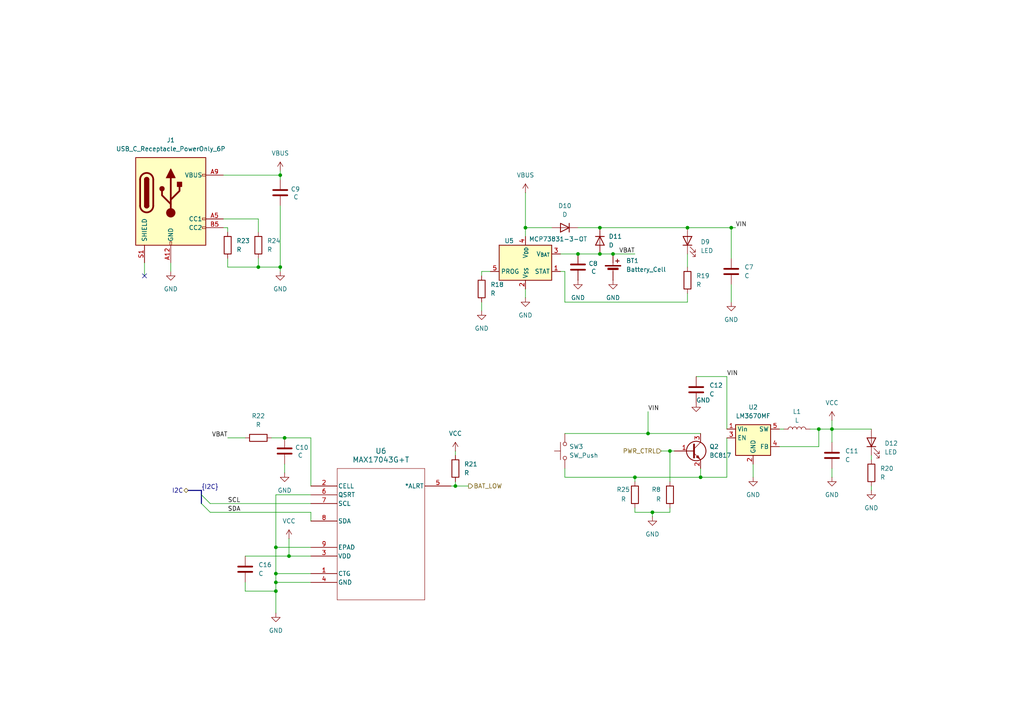
<source format=kicad_sch>
(kicad_sch (version 20231120) (generator "eeschema") (generator_version "8.0")
  (paper "A4")
  (lib_symbols
    (symbol "Battery_Management:MCP73831-3-OT"
      (property "Reference" "U" (at -7.62 6.35 0))
      (property "Value" "MCP73831-3-OT" (at 1.27 6.35 0))
      (symbol "MCP73831-3-OT_0_1"
        (rectangle (start -7.62 5.08) (end 7.62 -5.08) (stroke (width 0.254)) (fill (type background)))
      )
      (symbol "MCP73831-3-OT_1_1"
        (pin tri_state line (at 10.16 -2.54 180) (length 2.54) (name "STAT") (number "1"))
        (pin power_in line (at 0 -7.62 90) (length 2.54) (name "V_{SS}") (number "2"))
        (pin power_out line (at 10.16 2.54 180) (length 2.54) (name "V_{BAT}") (number "3"))
        (pin power_in line (at 0 7.62 270) (length 2.54) (name "V_{DD}") (number "4"))
        (pin input line (at -10.16 -2.54 0) (length 2.54) (name "PROG") (number "5"))
      )
    )
    (symbol "Connector:USB_C_Receptacle_PowerOnly_6P" (pin_names (offset 1.016))
      (property "Reference" "J" (at 0 16.51 0))
      (property "Value" "USB_C_Receptacle_PowerOnly_6P" (at 0 13.97 0))
      (symbol "USB_C_Receptacle_PowerOnly_6P_0_0"
        (rectangle (start -0.254 -12.7) (end 0.254 -11.684))
        (rectangle (start 10.16 -7.366) (end 9.144 -7.874))
        (rectangle (start 10.16 -4.826) (end 9.144 -5.334))
        (rectangle (start 10.16 7.874) (end 9.144 7.366))
      )
      (symbol "USB_C_Receptacle_PowerOnly_6P_0_1"
        (rectangle (start -10.16 12.7) (end 10.16 -12.7) (stroke (width 0.254)) (fill (type background)))
        (arc (start -8.89 -1.27) (mid -6.985 -3.1667) (end -5.08 -1.27) (stroke (width 0.508)))
        (arc (start -7.62 -1.27) (mid -6.985 -1.9023) (end -6.35 -1.27) (stroke (width 0.254)))
        (arc (start -7.62 -1.27) (mid -6.985 -1.9023) (end -6.35 -1.27) (stroke (width 0.254)) (fill (type outline)))
        (rectangle (start -7.62 -1.27) (end -6.35 6.35) (stroke (width 0.254)) (fill (type outline)))
        (arc (start -6.35 6.35) (mid -6.985 6.9823) (end -7.62 6.35) (stroke (width 0.254)))
        (arc (start -6.35 6.35) (mid -6.985 6.9823) (end -7.62 6.35) (stroke (width 0.254)) (fill (type outline)))
        (arc (start -5.08 6.35) (mid -6.985 8.2467) (end -8.89 6.35) (stroke (width 0.508)))
        (circle (center -2.54 3.683) (radius 0.635) (stroke (width 0.254)) (fill (type outline)))
        (circle (center 0 -3.302) (radius 1.27) (fill (type outline)))
        (polyline (pts (xy -8.89 -1.27) (xy -8.89 6.35)) (stroke (width 0.508)))
        (polyline (pts (xy -5.08 6.35) (xy -5.08 -1.27)) (stroke (width 0.508)))
        (polyline (pts (xy 0 -3.302) (xy 0 6.858)) (stroke (width 0.508)))
        (polyline (pts (xy 0 -0.762) (xy -2.54 1.778) (xy -2.54 3.048)) (stroke (width 0.508)))
        (polyline (pts (xy 0 0.508) (xy 2.54 3.048) (xy 2.54 4.318)) (stroke (width 0.508)))
        (polyline (pts (xy -1.27 6.858) (xy 0 9.398) (xy 1.27 6.858) (xy -1.27 6.858)) (stroke (width 0.254)) (fill (type outline)))
        (rectangle (start 1.905 4.318) (end 3.175 5.588) (stroke (width 0.254)) (fill (type outline)))
      )
      (symbol "USB_C_Receptacle_PowerOnly_6P_1_1"
        (pin passive line (at 0 -17.78 90) (length 5.08) (name "GND") (number "A12"))
        (pin bidirectional line (at 15.24 -5.08 180) (length 5.08) (name "CC1") (number "A5"))
        (pin passive line (at 15.24 7.62 180) (length 5.08) (name "VBUS") (number "A9"))
        (pin passive line (at 0 -17.78 90) (length 5.08) hide (name "GND") (number "B12"))
        (pin bidirectional line (at 15.24 -7.62 180) (length 5.08) (name "CC2") (number "B5"))
        (pin passive line (at 15.24 7.62 180) (length 5.08) hide (name "VBUS") (number "B9"))
        (pin passive line (at -7.62 -17.78 90) (length 5.08) (name "SHIELD") (number "S1"))
      )
    )
    (symbol "Device:Battery_Cell" (pin_numbers hide) (pin_names (offset 0) hide)
      (property "Reference" "BT" (at 2.54 2.54 0))
      (property "Value" "Battery_Cell" (at 2.54 0 0))
      (symbol "Battery_Cell_0_1"
        (rectangle (start -2.286 1.778) (end 2.286 1.524) (fill (type outline)))
        (rectangle (start -1.524 1.016) (end 1.524 0.508) (fill (type outline)))
        (polyline (pts (xy 0 0.762) (xy 0 0)))
        (polyline (pts (xy 0 1.778) (xy 0 2.54)))
        (polyline (pts (xy 0.762 3.048) (xy 1.778 3.048)) (stroke (width 0.254)))
        (polyline (pts (xy 1.27 3.556) (xy 1.27 2.54)) (stroke (width 0.254)))
      )
      (symbol "Battery_Cell_1_1"
        (pin passive line (at 0 5.08 270) (length 2.54) (name "+") (number "1"))
        (pin passive line (at 0 -2.54 90) (length 2.54) (name "-") (number "2"))
      )
    )
    (symbol "Device:C" (pin_numbers hide) (pin_names (offset 0.254))
      (property "Reference" "C" (at 0.635 2.54 0))
      (property "Value" "C" (at 0.635 -2.54 0))
      (symbol "C_0_1"
        (polyline (pts (xy -2.032 -0.762) (xy 2.032 -0.762)) (stroke (width 0.508)))
        (polyline (pts (xy -2.032 0.762) (xy 2.032 0.762)) (stroke (width 0.508)))
      )
      (symbol "C_1_1"
        (pin passive line (at 0 3.81 270) (length 2.794) (name "~") (number "1"))
        (pin passive line (at 0 -3.81 90) (length 2.794) (name "~") (number "2"))
      )
    )
    (symbol "Device:D" (pin_numbers hide) (pin_names (offset 1.016) hide)
      (property "Reference" "D" (at 0 2.54 0))
      (property "Value" "D" (at 0 -2.54 0))
      (symbol "D_0_1"
        (polyline (pts (xy -1.27 1.27) (xy -1.27 -1.27)) (stroke (width 0.254)))
        (polyline (pts (xy 1.27 0) (xy -1.27 0)))
        (polyline (pts (xy 1.27 1.27) (xy 1.27 -1.27) (xy -1.27 0) (xy 1.27 1.27)) (stroke (width 0.254)))
      )
      (symbol "D_1_1"
        (pin passive line (at -3.81 0 0) (length 2.54) (name "K") (number "1"))
        (pin passive line (at 3.81 0 180) (length 2.54) (name "A") (number "2"))
      )
    )
    (symbol "Device:L" (pin_numbers hide) (pin_names (offset 1.016) hide)
      (property "Reference" "L" (at -1.27 0 90))
      (property "Value" "L" (at 1.905 0 90))
      (symbol "L_0_1"
        (arc (start 0 -2.54) (mid 0.6323 -1.905) (end 0 -1.27))
        (arc (start 0 -1.27) (mid 0.6323 -0.635) (end 0 0))
        (arc (start 0 0) (mid 0.6323 0.635) (end 0 1.27))
        (arc (start 0 1.27) (mid 0.6323 1.905) (end 0 2.54))
      )
      (symbol "L_1_1"
        (pin passive line (at 0 3.81 270) (length 1.27) (name "1") (number "1"))
        (pin passive line (at 0 -3.81 90) (length 1.27) (name "2") (number "2"))
      )
    )
    (symbol "Device:LED" (pin_numbers hide) (pin_names (offset 1.016) hide)
      (property "Reference" "D" (at 0 2.54 0))
      (property "Value" "LED" (at 0 -2.54 0))
      (symbol "LED_0_1"
        (polyline (pts (xy -1.27 -1.27) (xy -1.27 1.27)) (stroke (width 0.254)))
        (polyline (pts (xy -1.27 0) (xy 1.27 0)))
        (polyline (pts (xy 1.27 -1.27) (xy 1.27 1.27) (xy -1.27 0) (xy 1.27 -1.27)) (stroke (width 0.254)))
        (polyline (pts (xy -3.048 -0.762) (xy -4.572 -2.286) (xy -3.81 -2.286) (xy -4.572 -2.286) (xy -4.572 -1.524)))
        (polyline (pts (xy -1.778 -0.762) (xy -3.302 -2.286) (xy -2.54 -2.286) (xy -3.302 -2.286) (xy -3.302 -1.524)))
      )
      (symbol "LED_1_1"
        (pin passive line (at -3.81 0 0) (length 2.54) (name "K") (number "1"))
        (pin passive line (at 3.81 0 180) (length 2.54) (name "A") (number "2"))
      )
    )
    (symbol "Device:R" (pin_numbers hide) (pin_names (offset 0))
      (property "Reference" "R" (at 2.032 0 90))
      (property "Value" "R" (at 0 0 90))
      (symbol "R_0_1"
        (rectangle (start -1.016 -2.54) (end 1.016 2.54) (stroke (width 0.254)))
      )
      (symbol "R_1_1"
        (pin passive line (at 0 3.81 270) (length 1.27) (name "~") (number "1"))
        (pin passive line (at 0 -3.81 90) (length 1.27) (name "~") (number "2"))
      )
    )
    (symbol "MAX17043:MAX17043G+T" (pin_names (offset 0.254))
      (property "Reference" "U" (at 20.32 10.16 0))
      (property "Value" "MAX17043G+T" (at 20.32 7.62 0))
      (symbol "MAX17043G+T_0_1"
        (polyline (pts (xy 7.62 -33.02) (xy 33.02 -33.02)) (stroke (width 0.127)))
        (polyline (pts (xy 7.62 5.08) (xy 7.62 -33.02)) (stroke (width 0.127)))
        (polyline (pts (xy 33.02 -33.02) (xy 33.02 5.08)) (stroke (width 0.127)))
        (polyline (pts (xy 33.02 5.08) (xy 7.62 5.08)) (stroke (width 0.127)))
        (pin power_out line (at 0 -25.4 0) (length 7.62) (name "CTG") (number "1"))
        (pin input line (at 0 0 0) (length 7.62) (name "CELL") (number "2"))
        (pin power_out line (at 0 -20.32 0) (length 7.62) (name "VDD") (number "3"))
        (pin input line (at 0 -27.94 0) (length 7.62) (name "GND") (number "4"))
        (pin output line (at 40.64 0 180) (length 7.62) (name "*ALRT") (number "5"))
        (pin input line (at 0 -2.54 0) (length 7.62) (name "QSRT") (number "6"))
        (pin input line (at 0 -5.08 0) (length 7.62) (name "SCL") (number "7"))
        (pin bidirectional line (at 0 -10.16 0) (length 7.62) (name "SDA") (number "8"))
        (pin power_in line (at 0 -17.78 0) (length 7.62) (name "EPAD") (number "9"))
      )
    )
    (symbol "Regulator_Switching:LM3670MF"
      (property "Reference" "U" (at -5.08 5.08 0))
      (property "Value" "LM3670MF" (at 0 5.08 0))
      (symbol "LM3670MF_0_1"
        (rectangle (start -5.08 3.81) (end 5.08 -5.08) (stroke (width 0.254)) (fill (type background)))
      )
      (symbol "LM3670MF_1_1"
        (pin power_in line (at -7.62 2.54 0) (length 2.54) (name "Vin") (number "1"))
        (pin power_in line (at 0 -7.62 90) (length 2.54) (name "GND") (number "2"))
        (pin input line (at -7.62 0 0) (length 2.54) (name "EN") (number "3"))
        (pin input line (at 7.62 -2.54 180) (length 2.54) (name "FB") (number "4"))
        (pin input line (at 7.62 2.54 180) (length 2.54) (name "SW") (number "5"))
      )
    )
    (symbol "Switch:SW_Push" (pin_numbers hide) (pin_names (offset 1.016) hide)
      (property "Reference" "SW" (at 1.27 2.54 0))
      (property "Value" "SW_Push" (at 0 -1.524 0))
      (symbol "SW_Push_0_1"
        (circle (center -2.032 0) (radius 0.508))
        (polyline (pts (xy 0 1.27) (xy 0 3.048)))
        (polyline (pts (xy 2.54 1.27) (xy -2.54 1.27)))
        (circle (center 2.032 0) (radius 0.508))
        (pin passive line (at -5.08 0 0) (length 2.54) (name "1") (number "1"))
        (pin passive line (at 5.08 0 180) (length 2.54) (name "2") (number "2"))
      )
    )
    (symbol "Transistor_BJT:BC817" (pin_names (offset 0) hide)
      (property "Reference" "Q" (at 5.08 1.905 0))
      (property "Value" "BC817" (at 5.08 0 0))
      (symbol "BC817_0_1"
        (polyline (pts (xy 0.635 0.635) (xy 2.54 2.54)))
        (polyline (pts (xy 0.635 -0.635) (xy 2.54 -2.54) (xy 2.54 -2.54)))
        (polyline (pts (xy 0.635 1.905) (xy 0.635 -1.905) (xy 0.635 -1.905)) (stroke (width 0.508)))
        (polyline (pts (xy 1.27 -1.778) (xy 1.778 -1.27) (xy 2.286 -2.286) (xy 1.27 -1.778) (xy 1.27 -1.778)) (fill (type outline)))
        (circle (center 1.27 0) (radius 2.8194) (stroke (width 0.254)))
      )
      (symbol "BC817_1_1"
        (pin input line (at -5.08 0 0) (length 5.715) (name "B") (number "1"))
        (pin passive line (at 2.54 -5.08 90) (length 2.54) (name "E") (number "2"))
        (pin passive line (at 2.54 5.08 270) (length 2.54) (name "C") (number "3"))
      )
    )
    (symbol "power:GND" (power) (pin_numbers hide) (pin_names (offset 0) hide)
      (property "Value" "GND" (at 0 -3.81 0))
      (symbol "GND_0_1"
        (polyline (pts (xy 0 0) (xy 0 -1.27) (xy 1.27 -1.27) (xy 0 -2.54) (xy -1.27 -1.27) (xy 0 -1.27)))
      )
      (symbol "GND_1_1"
        (pin power_in line (at 0 0 270) (length 0) (name "~") (number "1"))
      )
    )
    (symbol "power:VBUS" (power) (pin_numbers hide) (pin_names (offset 0) hide)
      (property "Value" "VBUS" (at 0 3.556 0))
      (symbol "VBUS_0_1"
        (polyline (pts (xy -0.762 1.27) (xy 0 2.54)))
        (polyline (pts (xy 0 0) (xy 0 2.54)))
        (polyline (pts (xy 0 2.54) (xy 0.762 1.27)))
      )
      (symbol "VBUS_1_1"
        (pin power_in line (at 0 0 90) (length 0) (name "~") (number "1"))
      )
    )
    (symbol "power:VCC" (power) (pin_numbers hide) (pin_names (offset 0) hide)
      (property "Value" "VCC" (at 0 3.556 0))
      (symbol "VCC_0_1"
        (polyline (pts (xy -0.762 1.27) (xy 0 2.54)))
        (polyline (pts (xy 0 0) (xy 0 2.54)))
        (polyline (pts (xy 0 2.54) (xy 0.762 1.27)))
      )
      (symbol "VCC_1_1"
        (pin power_in line (at 0 0 90) (length 0) (name "~") (number "1"))
      )
    )
  )
  (junction (at 80.01 166.37))
  (junction (at 241.3 124.46))
  (junction (at 194.31 130.81))
  (junction (at 80.01 158.75))
  (junction (at 237.49 124.46))
  (junction (at 199.39 66.04))
  (junction (at 203.2 138.43))
  (junction (at 167.64 73.66))
  (junction (at 74.93 77.47))
  (junction (at 187.96 125.73))
  (junction (at 177.8 73.66))
  (junction (at 81.28 77.47))
  (junction (at 82.55 127))
  (junction (at 189.23 148.59))
  (junction (at 152.4 66.04))
  (junction (at 173.99 66.04))
  (junction (at 184.15 138.43))
  (junction (at 80.01 171.45))
  (junction (at 81.28 50.8))
  (junction (at 173.99 73.66))
  (junction (at 212.09 66.04))
  (junction (at 132.08 140.97))
  (junction (at 80.01 168.91))
  (junction (at 83.82 161.29))
  (no_connect (at 41.91 80.01))
  (bus_entry (at 58.42 146.05) (size 2.54 2.54))
  (bus_entry (at 58.42 143.51) (size 2.54 2.54))
  (wire (pts (xy 173.99 73.66) (xy 177.8 73.66)))
  (wire (pts (xy 81.28 77.47) (xy 81.28 78.74)))
  (wire (pts (xy 212.09 82.55) (xy 212.09 87.63)))
  (wire (pts (xy 66.04 66.04) (xy 66.04 67.31)))
  (wire (pts (xy 167.64 66.04) (xy 173.99 66.04)))
  (wire (pts (xy 64.77 50.8) (xy 81.28 50.8)))
  (wire (pts (xy 199.39 73.66) (xy 199.39 77.47)))
  (wire (pts (xy 187.96 119.38) (xy 187.96 125.73)))
  (wire (pts (xy 80.01 143.51) (xy 80.01 158.75)))
  (wire (pts (xy 74.93 77.47) (xy 81.28 77.47)))
  (wire (pts (xy 71.12 168.91) (xy 71.12 171.45)))
  (wire (pts (xy 163.83 87.63) (xy 163.83 78.74)))
  (wire (pts (xy 71.12 161.29) (xy 83.82 161.29)))
  (wire (pts (xy 189.23 148.59) (xy 194.31 148.59)))
  (wire (pts (xy 71.12 171.45) (xy 80.01 171.45)))
  (wire (pts (xy 90.17 158.75) (xy 80.01 158.75)))
  (wire (pts (xy 234.95 124.46) (xy 237.49 124.46)))
  (wire (pts (xy 213.36 66.04) (xy 212.09 66.04)))
  (wire (pts (xy 241.3 124.46) (xy 252.73 124.46)))
  (wire (pts (xy 74.93 77.47) (xy 74.93 74.93)))
  (wire (pts (xy 139.7 87.63) (xy 139.7 90.17)))
  (wire (pts (xy 80.01 168.91) (xy 80.01 171.45)))
  (wire (pts (xy 194.31 147.32) (xy 194.31 148.59)))
  (wire (pts (xy 80.01 171.45) (xy 80.01 177.8)))
  (wire (pts (xy 184.15 138.43) (xy 184.15 139.7)))
  (wire (pts (xy 201.93 109.22) (xy 210.82 109.22)))
  (wire (pts (xy 212.09 74.93) (xy 212.09 66.04)))
  (wire (pts (xy 142.24 78.74) (xy 139.7 78.74)))
  (wire (pts (xy 152.4 83.82) (xy 152.4 86.36)))
  (wire (pts (xy 60.96 148.59) (xy 90.17 148.59)))
  (wire (pts (xy 41.91 76.2) (xy 41.91 80.01)))
  (wire (pts (xy 81.28 49.53) (xy 81.28 50.8)))
  (wire (pts (xy 163.83 138.43) (xy 163.83 135.89)))
  (wire (pts (xy 82.55 127) (xy 90.17 127)))
  (wire (pts (xy 241.3 121.92) (xy 241.3 124.46)))
  (bus (pts (xy 54.61 142.24) (xy 58.42 142.24)))
  (wire (pts (xy 81.28 59.69) (xy 81.28 77.47)))
  (wire (pts (xy 78.74 127) (xy 82.55 127)))
  (wire (pts (xy 90.17 127) (xy 90.17 140.97)))
  (wire (pts (xy 80.01 166.37) (xy 90.17 166.37)))
  (wire (pts (xy 64.77 63.5) (xy 74.93 63.5)))
  (wire (pts (xy 90.17 161.29) (xy 83.82 161.29)))
  (wire (pts (xy 252.73 132.08) (xy 252.73 133.35)))
  (wire (pts (xy 74.93 63.5) (xy 74.93 67.31)))
  (wire (pts (xy 191.77 130.81) (xy 194.31 130.81)))
  (wire (pts (xy 163.83 87.63) (xy 199.39 87.63)))
  (wire (pts (xy 199.39 85.09) (xy 199.39 87.63)))
  (wire (pts (xy 173.99 66.04) (xy 199.39 66.04)))
  (wire (pts (xy 187.96 125.73) (xy 203.2 125.73)))
  (wire (pts (xy 80.01 158.75) (xy 80.01 166.37)))
  (wire (pts (xy 80.01 166.37) (xy 80.01 168.91)))
  (wire (pts (xy 184.15 147.32) (xy 184.15 148.59)))
  (wire (pts (xy 81.28 50.8) (xy 81.28 52.07)))
  (wire (pts (xy 152.4 66.04) (xy 152.4 68.58)))
  (wire (pts (xy 152.4 55.88) (xy 152.4 66.04)))
  (wire (pts (xy 210.82 127) (xy 210.82 138.43)))
  (wire (pts (xy 90.17 168.91) (xy 80.01 168.91)))
  (wire (pts (xy 203.2 135.89) (xy 203.2 138.43)))
  (wire (pts (xy 252.73 140.97) (xy 252.73 142.24)))
  (wire (pts (xy 152.4 66.04) (xy 160.02 66.04)))
  (wire (pts (xy 167.64 73.66) (xy 173.99 73.66)))
  (wire (pts (xy 49.53 76.2) (xy 49.53 78.74)))
  (wire (pts (xy 163.83 138.43) (xy 184.15 138.43)))
  (wire (pts (xy 194.31 130.81) (xy 194.31 139.7)))
  (wire (pts (xy 83.82 156.21) (xy 83.82 161.29)))
  (wire (pts (xy 82.55 134.62) (xy 82.55 137.16)))
  (wire (pts (xy 218.44 134.62) (xy 218.44 138.43)))
  (wire (pts (xy 60.96 146.05) (xy 90.17 146.05)))
  (wire (pts (xy 90.17 151.13) (xy 90.17 148.59)))
  (wire (pts (xy 195.58 130.81) (xy 194.31 130.81)))
  (wire (pts (xy 66.04 127) (xy 71.12 127)))
  (wire (pts (xy 210.82 124.46) (xy 210.82 109.22)))
  (bus (pts (xy 58.42 142.24) (xy 58.42 143.51)))
  (wire (pts (xy 132.08 140.97) (xy 132.08 139.7)))
  (wire (pts (xy 130.81 140.97) (xy 132.08 140.97)))
  (wire (pts (xy 177.8 73.66) (xy 184.15 73.66)))
  (wire (pts (xy 184.15 148.59) (xy 189.23 148.59)))
  (wire (pts (xy 226.06 124.46) (xy 227.33 124.46)))
  (wire (pts (xy 139.7 78.74) (xy 139.7 80.01)))
  (wire (pts (xy 241.3 135.89) (xy 241.3 138.43)))
  (wire (pts (xy 212.09 66.04) (xy 199.39 66.04)))
  (wire (pts (xy 184.15 138.43) (xy 203.2 138.43)))
  (wire (pts (xy 163.83 78.74) (xy 162.56 78.74)))
  (wire (pts (xy 66.04 77.47) (xy 74.93 77.47)))
  (wire (pts (xy 64.77 66.04) (xy 66.04 66.04)))
  (wire (pts (xy 132.08 140.97) (xy 135.89 140.97)))
  (wire (pts (xy 163.83 125.73) (xy 187.96 125.73)))
  (wire (pts (xy 189.23 149.86) (xy 189.23 148.59)))
  (wire (pts (xy 237.49 129.54) (xy 237.49 124.46)))
  (wire (pts (xy 66.04 74.93) (xy 66.04 77.47)))
  (wire (pts (xy 90.17 143.51) (xy 80.01 143.51)))
  (wire (pts (xy 132.08 130.81) (xy 132.08 132.08)))
  (bus (pts (xy 58.42 143.51) (xy 58.42 146.05)))
  (wire (pts (xy 162.56 73.66) (xy 167.64 73.66)))
  (wire (pts (xy 237.49 124.46) (xy 241.3 124.46)))
  (wire (pts (xy 241.3 124.46) (xy 241.3 128.27)))
  (wire (pts (xy 203.2 138.43) (xy 210.82 138.43)))
  (wire (pts (xy 226.06 129.54) (xy 237.49 129.54)))
  (label "SCL" (at 66.04 146.05 0))
  (label "VIN" (at 213.36 66.04 0))
  (label "VBAT" (at 184.15 73.66 180))
  (label "VBAT" (at 66.04 127 180))
  (label "VIN" (at 187.96 119.38 0))
  (label "{I2C}" (at 58.42 142.24 0))
  (label "SDA" (at 66.04 148.59 0))
  (label "VIN" (at 210.82 109.22 0))
  (hierarchical_label "BAT_LOW" (shape output) (at 135.89 140.97 0))
  (hierarchical_label "PWR_CTRL" (shape input) (at 191.77 130.81 180))
  (hierarchical_label "I2C" (shape bidirectional) (at 54.61 142.24 180))
  (symbol (lib_id "Switch:SW_Push") (at 163.83 130.81 90) (unit 1)
    (property "Reference" "SW3" (at 165.1 129.5399 90) (effects (justify right)))
    (property "Value" "SW_Push" (at 165.1 132.0799 90) (effects (justify right)))
    (property "Description" "Push button switch, generic, two pins" (effects (hide yes)))
  )
  (symbol (lib_id "Device:C") (at 212.09 78.74 0) (unit 1)
    (property "Reference" "C7" (at 215.9 77.4699 0) (effects (justify left)))
    (property "Value" "C" (at 215.9 80.0099 0) (effects (justify left)))
    (property "Description" "Unpolarized capacitor" (effects (hide yes)))
  )
  (symbol (lib_id "MAX17043:MAX17043G+T") (at 90.17 140.97 0) (unit 1)
    (property "Reference" "U6" (at 110.49 130.81 0) (effects (font (size 1.524 1.524))))
    (property "Value" "MAX17043G+T" (at 110.49 133.35 0) (effects (font (size 1.524 1.524))))
    (property "Footprint" "21-0174B_MXM" (effects (hide yes)))
    (property "Datasheet" "MAX17043G+T" (effects (hide yes)))
  )
  (symbol (lib_id "Device:R") (at 74.93 71.12 0) (unit 1)
    (property "Reference" "R24" (at 77.47 69.8499 0) (effects (justify left)))
    (property "Value" "R" (at 77.47 72.3899 0) (effects (justify left)))
    (property "Description" "Resistor" (effects (hide yes)))
  )
  (symbol (lib_id "Device:R") (at 184.15 143.51 0) (unit 1)
    (property "Reference" "R25" (at 178.816 141.986 0) (effects (justify left)))
    (property "Value" "R" (at 180.086 144.78 0) (effects (justify left)))
    (property "Description" "Resistor" (effects (hide yes)))
  )
  (symbol (lib_id "power:GND") (at 82.55 137.16 0) (unit 1)
    (property "Reference" "#PWR031" (effects (hide yes)))
    (property "Value" "GND" (at 82.55 142.24 0))
    (property "Description" "Power symbol creates a global label with name \"GND\" , ground" (effects (hide yes)))
  )
  (symbol (lib_id "power:GND") (at 177.8 81.28 0) (unit 1)
    (property "Reference" "#PWR021" (effects (hide yes)))
    (property "Value" "GND" (at 177.8 86.36 0))
    (property "Description" "Power symbol creates a global label with name \"GND\" , ground" (effects (hide yes)))
  )
  (symbol (lib_id "Device:R") (at 74.93 127 90) (unit 1)
    (property "Reference" "R22" (at 74.93 120.65 90))
    (property "Value" "R" (at 74.93 123.19 90))
    (property "Description" "Resistor" (effects (hide yes)))
  )
  (symbol (lib_id "power:GND") (at 201.93 116.84 0) (unit 1)
    (property "Reference" "#PWR034" (effects (hide yes)))
    (property "Value" "GND" (at 203.962 116.078 0))
    (property "Description" "Power symbol creates a global label with name \"GND\" , ground" (effects (hide yes)))
  )
  (symbol (lib_id "Device:LED") (at 252.73 128.27 90) (unit 1)
    (property "Reference" "D12" (at 256.54 128.5874 90) (effects (justify right)))
    (property "Value" "LED" (at 256.54 131.1274 90) (effects (justify right)))
    (property "Description" "Light emitting diode" (effects (hide yes)))
  )
  (symbol (lib_id "Transistor_BJT:BC817") (at 200.66 130.81 0) (unit 1)
    (property "Reference" "Q2" (at 205.74 129.5399 0) (effects (justify left)))
    (property "Value" "BC817" (at 205.74 132.0799 0) (effects (justify left)))
    (property "Footprint" "Package_TO_SOT_SMD:SOT-23" (effects (hide yes)))
    (property "Datasheet" "https://www.onsemi.com/pub/Collateral/BC818-D.pdf" (effects (hide yes)))
    (property "Description" "0.8A Ic, 45V Vce, NPN Transistor, SOT-23" (effects (hide yes)))
  )
  (symbol (lib_id "power:GND") (at 49.53 78.74 0) (unit 1)
    (property "Reference" "#PWR025" (effects (hide yes)))
    (property "Value" "GND" (at 49.53 83.82 0))
    (property "Description" "Power symbol creates a global label with name \"GND\" , ground" (effects (hide yes)))
  )
  (symbol (lib_id "power:GND") (at 139.7 90.17 0) (unit 1)
    (property "Reference" "#PWR023" (effects (hide yes)))
    (property "Value" "GND" (at 139.7 95.25 0))
    (property "Description" "Power symbol creates a global label with name \"GND\" , ground" (effects (hide yes)))
  )
  (symbol (lib_id "Device:C") (at 82.55 130.81 0) (unit 1)
    (property "Reference" "C10" (at 85.598 129.794 0) (effects (justify left)))
    (property "Value" "C" (at 86.36 132.0799 0) (effects (justify left)))
    (property "Description" "Unpolarized capacitor" (effects (hide yes)))
  )
  (symbol (lib_id "power:GND") (at 80.01 177.8 0) (unit 1)
    (property "Reference" "#PWR028" (effects (hide yes)))
    (property "Value" "GND" (at 80.01 182.88 0))
    (property "Description" "Power symbol creates a global label with name \"GND\" , ground" (effects (hide yes)))
  )
  (symbol (lib_id "power:VCC") (at 83.82 156.21 0) (unit 1)
    (property "Reference" "#PWR029" (effects (hide yes)))
    (property "Value" "VCC" (at 83.82 151.13 0))
    (property "Description" "Power symbol creates a global label with name \"VCC\"" (effects (hide yes)))
  )
  (symbol (lib_id "power:GND") (at 218.44 138.43 0) (unit 1)
    (property "Reference" "#PWR036" (effects (hide yes)))
    (property "Value" "GND" (at 218.44 143.51 0))
    (property "Description" "Power symbol creates a global label with name \"GND\" , ground" (effects (hide yes)))
  )
  (symbol (lib_id "Device:C") (at 71.12 165.1 0) (unit 1)
    (property "Reference" "C16" (at 74.93 163.8299 0) (effects (justify left)))
    (property "Value" "C" (at 74.93 166.3699 0) (effects (justify left)))
    (property "Description" "Unpolarized capacitor" (effects (hide yes)))
  )
  (symbol (lib_id "Device:R") (at 252.73 137.16 0) (unit 1)
    (property "Reference" "R20" (at 255.27 135.8899 0) (effects (justify left)))
    (property "Value" "R" (at 255.27 138.4299 0) (effects (justify left)))
    (property "Description" "Resistor" (effects (hide yes)))
  )
  (symbol (lib_id "Device:R") (at 132.08 135.89 0) (unit 1)
    (property "Reference" "R21" (at 134.62 134.6199 0) (effects (justify left)))
    (property "Value" "R" (at 134.62 137.1599 0) (effects (justify left)))
    (property "Description" "Resistor" (effects (hide yes)))
  )
  (symbol (lib_id "power:GND") (at 152.4 86.36 0) (unit 1)
    (property "Reference" "#PWR022" (effects (hide yes)))
    (property "Value" "GND" (at 152.4 91.44 0))
    (property "Description" "Power symbol creates a global label with name \"GND\" , ground" (effects (hide yes)))
  )
  (symbol (lib_id "Device:C") (at 241.3 132.08 0) (unit 1)
    (property "Reference" "C11" (at 245.11 130.8099 0) (effects (justify left)))
    (property "Value" "C" (at 245.11 133.3499 0) (effects (justify left)))
    (property "Description" "Unpolarized capacitor" (effects (hide yes)))
  )
  (symbol (lib_id "Device:LED") (at 199.39 69.85 90) (unit 1)
    (property "Reference" "D9" (at 203.2 70.1674 90) (effects (justify right)))
    (property "Value" "LED" (at 203.2 72.7074 90) (effects (justify right)))
    (property "Description" "Light emitting diode" (effects (hide yes)))
  )
  (symbol (lib_id "Device:C") (at 201.93 113.03 0) (unit 1)
    (property "Reference" "C12" (at 205.74 111.7599 0) (effects (justify left)))
    (property "Value" "C" (at 205.74 114.2999 0) (effects (justify left)))
    (property "Description" "Unpolarized capacitor" (effects (hide yes)))
  )
  (symbol (lib_id "Device:D") (at 173.99 69.85 270) (unit 1)
    (property "Reference" "D11" (at 176.53 68.5799 90) (effects (justify left)))
    (property "Value" "D" (at 176.53 71.1199 90) (effects (justify left)))
    (property "Description" "Diode" (effects (hide yes)))
    (property "Sim.Device" "D" (effects (hide yes)))
    (property "Sim.Pins" "1=K 2=A" (effects (hide yes)))
  )
  (symbol (lib_id "power:VBUS") (at 152.4 55.88 0) (unit 1)
    (property "Reference" "#PWR018" (effects (hide yes)))
    (property "Value" "VBUS" (at 152.4 50.8 0))
    (property "Description" "Power symbol creates a global label with name \"VBUS\"" (effects (hide yes)))
  )
  (symbol (lib_id "power:GND") (at 81.28 78.74 0) (unit 1)
    (property "Reference" "#PWR026" (effects (hide yes)))
    (property "Value" "GND" (at 81.28 83.82 0))
    (property "Description" "Power symbol creates a global label with name \"GND\" , ground" (effects (hide yes)))
  )
  (symbol (lib_id "Device:C") (at 81.28 55.88 0) (unit 1)
    (property "Reference" "C9" (at 84.328 54.864 0) (effects (justify left)))
    (property "Value" "C" (at 85.09 57.1499 0) (effects (justify left)))
    (property "Description" "Unpolarized capacitor" (effects (hide yes)))
  )
  (symbol (lib_id "Device:C") (at 167.64 77.47 0) (unit 1)
    (property "Reference" "C8" (at 170.688 76.454 0) (effects (justify left)))
    (property "Value" "C" (at 171.45 78.7399 0) (effects (justify left)))
    (property "Description" "Unpolarized capacitor" (effects (hide yes)))
  )
  (symbol (lib_id "Device:R") (at 139.7 83.82 0) (unit 1)
    (property "Reference" "R18" (at 142.24 82.5499 0) (effects (justify left)))
    (property "Value" "R" (at 142.24 85.0899 0) (effects (justify left)))
    (property "Description" "Resistor" (effects (hide yes)))
  )
  (symbol (lib_id "Regulator_Switching:LM3670MF") (at 218.44 127 0) (unit 1)
    (property "Reference" "U2" (at 218.44 118.11 0))
    (property "Value" "LM3670MF" (at 218.44 120.65 0))
    (property "Footprint" "Package_TO_SOT_SMD:TSOT-23-5" (effects (hide yes)))
    (property "Datasheet" "http://www.ti.com/lit/ds/symlink/lm3670.pdf" (effects (hide yes)))
    (property "Description" "Miniature Step-Down DC-DC Converter for Ultralow Voltage Circuits, 2.5V < Vin < 5.5V, adjustable output voltage, SOT-23-5" (effects (hide yes)))
  )
  (symbol (lib_id "power:VCC") (at 241.3 121.92 0) (unit 1)
    (property "Reference" "#PWR033" (effects (hide yes)))
    (property "Value" "VCC" (at 241.3 116.84 0))
    (property "Description" "Power symbol creates a global label with name \"VCC\"" (effects (hide yes)))
  )
  (symbol (lib_id "power:GND") (at 252.73 142.24 0) (unit 1)
    (property "Reference" "#PWR027" (effects (hide yes)))
    (property "Value" "GND" (at 252.73 147.32 0))
    (property "Description" "Power symbol creates a global label with name \"GND\" , ground" (effects (hide yes)))
  )
  (symbol (lib_id "power:GND") (at 241.3 138.43 0) (unit 1)
    (property "Reference" "#PWR035" (effects (hide yes)))
    (property "Value" "GND" (at 241.3 143.51 0))
    (property "Description" "Power symbol creates a global label with name \"GND\" , ground" (effects (hide yes)))
  )
  (symbol (lib_id "Device:L") (at 231.14 124.46 90) (unit 1)
    (property "Reference" "L1" (at 231.14 119.38 90))
    (property "Value" "L" (at 231.14 121.92 90))
    (property "Description" "Inductor" (effects (hide yes)))
  )
  (symbol (lib_id "power:GND") (at 212.09 87.63 0) (unit 1)
    (property "Reference" "#PWR019" (effects (hide yes)))
    (property "Value" "GND" (at 212.09 92.71 0))
    (property "Description" "Power symbol creates a global label with name \"GND\" , ground" (effects (hide yes)))
  )
  (symbol (lib_id "Device:R") (at 199.39 81.28 0) (unit 1)
    (property "Reference" "R19" (at 201.93 80.0099 0) (effects (justify left)))
    (property "Value" "R" (at 201.93 82.5499 0) (effects (justify left)))
    (property "Description" "Resistor" (effects (hide yes)))
  )
  (symbol (lib_id "power:GND") (at 167.64 81.28 0) (unit 1)
    (property "Reference" "#PWR020" (effects (hide yes)))
    (property "Value" "GND" (at 167.64 86.36 0))
    (property "Description" "Power symbol creates a global label with name \"GND\" , ground" (effects (hide yes)))
  )
  (symbol (lib_id "power:VCC") (at 132.08 130.81 0) (unit 1)
    (property "Reference" "#PWR030" (effects (hide yes)))
    (property "Value" "VCC" (at 132.08 125.73 0))
    (property "Description" "Power symbol creates a global label with name \"VCC\"" (effects (hide yes)))
  )
  (symbol (lib_id "Device:Battery_Cell") (at 177.8 78.74 0) (unit 1)
    (property "Reference" "BT1" (at 181.61 75.6284 0) (effects (justify left)))
    (property "Value" "Battery_Cell" (at 181.61 78.1684 0) (effects (justify left)))
    (property "Description" "Single-cell battery" (effects (hide yes)))
  )
  (symbol (lib_id "Device:D") (at 163.83 66.04 180) (unit 1)
    (property "Reference" "D10" (at 163.83 59.69 0))
    (property "Value" "D" (at 163.83 62.23 0))
    (property "Description" "Diode" (effects (hide yes)))
    (property "Sim.Device" "D" (effects (hide yes)))
    (property "Sim.Pins" "1=K 2=A" (effects (hide yes)))
  )
  (symbol (lib_id "power:GND") (at 189.23 149.86 0) (unit 1)
    (property "Reference" "#PWR037" (effects (hide yes)))
    (property "Value" "GND" (at 189.23 154.94 0))
    (property "Description" "Power symbol creates a global label with name \"GND\" , ground" (effects (hide yes)))
  )
  (symbol (lib_id "power:VBUS") (at 81.28 49.53 0) (unit 1)
    (property "Reference" "#PWR024" (effects (hide yes)))
    (property "Value" "VBUS" (at 81.28 44.45 0))
    (property "Description" "Power symbol creates a global label with name \"VBUS\"" (effects (hide yes)))
  )
  (symbol (lib_id "Device:R") (at 194.31 143.51 0) (unit 1)
    (property "Reference" "R8" (at 188.976 141.986 0) (effects (justify left)))
    (property "Value" "R" (at 190.246 144.78 0) (effects (justify left)))
    (property "Description" "Resistor" (effects (hide yes)))
  )
  (symbol (lib_id "Battery_Management:MCP73831-3-OT") (at 152.4 76.2 0) (unit 1)
    (property "Reference" "U5" (at 146.304 69.85 0) (effects (justify left)))
    (property "Value" "MCP73831-3-OT" (at 153.416 69.342 0) (effects (justify left)))
    (property "Footprint" "Package_TO_SOT_SMD:SOT-23-5" (effects (hide yes)))
    (property "Datasheet" "http://ww1.microchip.com/downloads/en/DeviceDoc/20001984g.pdf" (effects (hide yes)))
    (property "Description" "Single cell, Li-Ion/Li-Po charge management controller, 4.35V, Tri-State Status Output, in SOT23-5 package" (effects (hide yes)))
  )
  (symbol (lib_id "Connector:USB_C_Receptacle_PowerOnly_6P") (at 49.53 58.42 0) (unit 1)
    (property "Reference" "J1" (at 49.53 40.64 0))
    (property "Value" "USB_C_Receptacle_PowerOnly_6P" (at 49.53 43.18 0))
    (property "Datasheet" "https://www.usb.org/sites/default/files/documents/usb_type-c.zip" (effects (hide yes)))
    (property "Description" "USB Power-Only 6P Type-C Receptacle connector" (effects (hide yes)))
  )
  (symbol (lib_id "Device:R") (at 66.04 71.12 0) (unit 1)
    (property "Reference" "R23" (at 68.58 69.8499 0) (effects (justify left)))
    (property "Value" "R" (at 68.58 72.3899 0) (effects (justify left)))
    (property "Description" "Resistor" (effects (hide yes)))
  )
)
</source>
